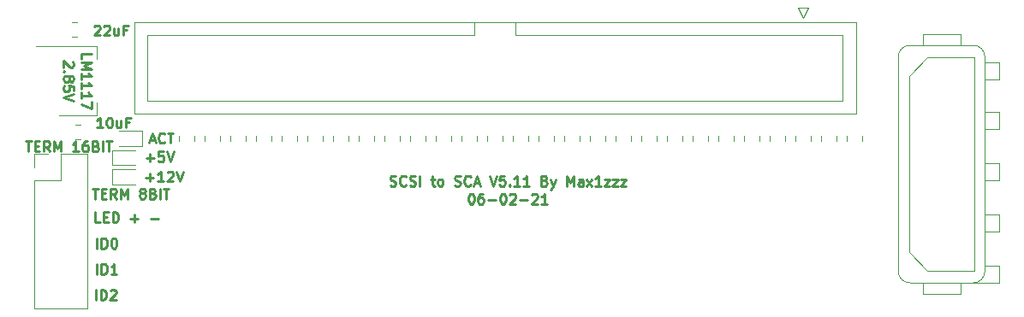
<source format=gbr>
%TF.GenerationSoftware,KiCad,Pcbnew,(5.1.7)-1*%
%TF.CreationDate,2021-02-10T19:53:02+00:00*%
%TF.ProjectId,SCSI to SCA MK5.1,53435349-2074-46f2-9053-4341204d4b35,rev?*%
%TF.SameCoordinates,Original*%
%TF.FileFunction,Legend,Top*%
%TF.FilePolarity,Positive*%
%FSLAX46Y46*%
G04 Gerber Fmt 4.6, Leading zero omitted, Abs format (unit mm)*
G04 Created by KiCad (PCBNEW (5.1.7)-1) date 2021-02-10 19:53:02*
%MOMM*%
%LPD*%
G01*
G04 APERTURE LIST*
%ADD10C,0.250000*%
%ADD11C,0.120000*%
G04 APERTURE END LIST*
D10*
X37021925Y-137054340D02*
X37593354Y-137054340D01*
X37307640Y-138054340D02*
X37307640Y-137054340D01*
X37926687Y-137530531D02*
X38260020Y-137530531D01*
X38402878Y-138054340D02*
X37926687Y-138054340D01*
X37926687Y-137054340D01*
X38402878Y-137054340D01*
X39402878Y-138054340D02*
X39069544Y-137578150D01*
X38831449Y-138054340D02*
X38831449Y-137054340D01*
X39212401Y-137054340D01*
X39307640Y-137101960D01*
X39355259Y-137149579D01*
X39402878Y-137244817D01*
X39402878Y-137387674D01*
X39355259Y-137482912D01*
X39307640Y-137530531D01*
X39212401Y-137578150D01*
X38831449Y-137578150D01*
X39831449Y-138054340D02*
X39831449Y-137054340D01*
X40164782Y-137768626D01*
X40498116Y-137054340D01*
X40498116Y-138054340D01*
X41879068Y-137482912D02*
X41783830Y-137435293D01*
X41736211Y-137387674D01*
X41688592Y-137292436D01*
X41688592Y-137244817D01*
X41736211Y-137149579D01*
X41783830Y-137101960D01*
X41879068Y-137054340D01*
X42069544Y-137054340D01*
X42164782Y-137101960D01*
X42212401Y-137149579D01*
X42260020Y-137244817D01*
X42260020Y-137292436D01*
X42212401Y-137387674D01*
X42164782Y-137435293D01*
X42069544Y-137482912D01*
X41879068Y-137482912D01*
X41783830Y-137530531D01*
X41736211Y-137578150D01*
X41688592Y-137673388D01*
X41688592Y-137863864D01*
X41736211Y-137959102D01*
X41783830Y-138006721D01*
X41879068Y-138054340D01*
X42069544Y-138054340D01*
X42164782Y-138006721D01*
X42212401Y-137959102D01*
X42260020Y-137863864D01*
X42260020Y-137673388D01*
X42212401Y-137578150D01*
X42164782Y-137530531D01*
X42069544Y-137482912D01*
X43021925Y-137530531D02*
X43164782Y-137578150D01*
X43212401Y-137625769D01*
X43260020Y-137721007D01*
X43260020Y-137863864D01*
X43212401Y-137959102D01*
X43164782Y-138006721D01*
X43069544Y-138054340D01*
X42688592Y-138054340D01*
X42688592Y-137054340D01*
X43021925Y-137054340D01*
X43117163Y-137101960D01*
X43164782Y-137149579D01*
X43212401Y-137244817D01*
X43212401Y-137340055D01*
X43164782Y-137435293D01*
X43117163Y-137482912D01*
X43021925Y-137530531D01*
X42688592Y-137530531D01*
X43688592Y-138054340D02*
X43688592Y-137054340D01*
X44021925Y-137054340D02*
X44593354Y-137054340D01*
X44307640Y-138054340D02*
X44307640Y-137054340D01*
X37367649Y-148072100D02*
X37367649Y-147072100D01*
X37843840Y-148072100D02*
X37843840Y-147072100D01*
X38081935Y-147072100D01*
X38224792Y-147119720D01*
X38320030Y-147214958D01*
X38367649Y-147310196D01*
X38415268Y-147500672D01*
X38415268Y-147643529D01*
X38367649Y-147834005D01*
X38320030Y-147929243D01*
X38224792Y-148024481D01*
X38081935Y-148072100D01*
X37843840Y-148072100D01*
X38796220Y-147167339D02*
X38843840Y-147119720D01*
X38939078Y-147072100D01*
X39177173Y-147072100D01*
X39272411Y-147119720D01*
X39320030Y-147167339D01*
X39367649Y-147262577D01*
X39367649Y-147357815D01*
X39320030Y-147500672D01*
X38748601Y-148072100D01*
X39367649Y-148072100D01*
X37433689Y-145506700D02*
X37433689Y-144506700D01*
X37909880Y-145506700D02*
X37909880Y-144506700D01*
X38147975Y-144506700D01*
X38290832Y-144554320D01*
X38386070Y-144649558D01*
X38433689Y-144744796D01*
X38481308Y-144935272D01*
X38481308Y-145078129D01*
X38433689Y-145268605D01*
X38386070Y-145363843D01*
X38290832Y-145459081D01*
X38147975Y-145506700D01*
X37909880Y-145506700D01*
X39433689Y-145506700D02*
X38862260Y-145506700D01*
X39147975Y-145506700D02*
X39147975Y-144506700D01*
X39052737Y-144649558D01*
X38957499Y-144744796D01*
X38862260Y-144792415D01*
X37441309Y-142966700D02*
X37441309Y-141966700D01*
X37917500Y-142966700D02*
X37917500Y-141966700D01*
X38155595Y-141966700D01*
X38298452Y-142014320D01*
X38393690Y-142109558D01*
X38441309Y-142204796D01*
X38488928Y-142395272D01*
X38488928Y-142538129D01*
X38441309Y-142728605D01*
X38393690Y-142823843D01*
X38298452Y-142919081D01*
X38155595Y-142966700D01*
X37917500Y-142966700D01*
X39107976Y-141966700D02*
X39203214Y-141966700D01*
X39298452Y-142014320D01*
X39346071Y-142061939D01*
X39393690Y-142157177D01*
X39441309Y-142347653D01*
X39441309Y-142585748D01*
X39393690Y-142776224D01*
X39346071Y-142871462D01*
X39298452Y-142919081D01*
X39203214Y-142966700D01*
X39107976Y-142966700D01*
X39012738Y-142919081D01*
X38965119Y-142871462D01*
X38917500Y-142776224D01*
X38869880Y-142585748D01*
X38869880Y-142347653D01*
X38917500Y-142157177D01*
X38965119Y-142061939D01*
X39012738Y-142014320D01*
X39107976Y-141966700D01*
X37799022Y-140386060D02*
X37322832Y-140386060D01*
X37322832Y-139386060D01*
X38132356Y-139862251D02*
X38465689Y-139862251D01*
X38608546Y-140386060D02*
X38132356Y-140386060D01*
X38132356Y-139386060D01*
X38608546Y-139386060D01*
X39037118Y-140386060D02*
X39037118Y-139386060D01*
X39275213Y-139386060D01*
X39418070Y-139433680D01*
X39513308Y-139528918D01*
X39560927Y-139624156D01*
X39608546Y-139814632D01*
X39608546Y-139957489D01*
X39560927Y-140147965D01*
X39513308Y-140243203D01*
X39418070Y-140338441D01*
X39275213Y-140386060D01*
X39037118Y-140386060D01*
X40799022Y-140005108D02*
X41560927Y-140005108D01*
X41179975Y-140386060D02*
X41179975Y-139624156D01*
X42799022Y-140005108D02*
X43560927Y-140005108D01*
X30424335Y-132370580D02*
X30995763Y-132370580D01*
X30710049Y-133370580D02*
X30710049Y-132370580D01*
X31329097Y-132846771D02*
X31662430Y-132846771D01*
X31805287Y-133370580D02*
X31329097Y-133370580D01*
X31329097Y-132370580D01*
X31805287Y-132370580D01*
X32805287Y-133370580D02*
X32471954Y-132894390D01*
X32233859Y-133370580D02*
X32233859Y-132370580D01*
X32614811Y-132370580D01*
X32710049Y-132418200D01*
X32757668Y-132465819D01*
X32805287Y-132561057D01*
X32805287Y-132703914D01*
X32757668Y-132799152D01*
X32710049Y-132846771D01*
X32614811Y-132894390D01*
X32233859Y-132894390D01*
X33233859Y-133370580D02*
X33233859Y-132370580D01*
X33567192Y-133084866D01*
X33900525Y-132370580D01*
X33900525Y-133370580D01*
X35662430Y-133370580D02*
X35091001Y-133370580D01*
X35376716Y-133370580D02*
X35376716Y-132370580D01*
X35281478Y-132513438D01*
X35186240Y-132608676D01*
X35091001Y-132656295D01*
X36519573Y-132370580D02*
X36329097Y-132370580D01*
X36233859Y-132418200D01*
X36186240Y-132465819D01*
X36091001Y-132608676D01*
X36043382Y-132799152D01*
X36043382Y-133180104D01*
X36091001Y-133275342D01*
X36138620Y-133322961D01*
X36233859Y-133370580D01*
X36424335Y-133370580D01*
X36519573Y-133322961D01*
X36567192Y-133275342D01*
X36614811Y-133180104D01*
X36614811Y-132942009D01*
X36567192Y-132846771D01*
X36519573Y-132799152D01*
X36424335Y-132751533D01*
X36233859Y-132751533D01*
X36138620Y-132799152D01*
X36091001Y-132846771D01*
X36043382Y-132942009D01*
X37376716Y-132846771D02*
X37519573Y-132894390D01*
X37567192Y-132942009D01*
X37614811Y-133037247D01*
X37614811Y-133180104D01*
X37567192Y-133275342D01*
X37519573Y-133322961D01*
X37424335Y-133370580D01*
X37043382Y-133370580D01*
X37043382Y-132370580D01*
X37376716Y-132370580D01*
X37471954Y-132418200D01*
X37519573Y-132465819D01*
X37567192Y-132561057D01*
X37567192Y-132656295D01*
X37519573Y-132751533D01*
X37471954Y-132799152D01*
X37376716Y-132846771D01*
X37043382Y-132846771D01*
X38043382Y-133370580D02*
X38043382Y-132370580D01*
X38376716Y-132370580D02*
X38948144Y-132370580D01*
X38662430Y-133370580D02*
X38662430Y-132370580D01*
X35919119Y-124198333D02*
X35919119Y-123722142D01*
X36919119Y-123722142D01*
X35919119Y-124531666D02*
X36919119Y-124531666D01*
X36204833Y-124865000D01*
X36919119Y-125198333D01*
X35919119Y-125198333D01*
X35919119Y-126198333D02*
X35919119Y-125626904D01*
X35919119Y-125912619D02*
X36919119Y-125912619D01*
X36776261Y-125817380D01*
X36681023Y-125722142D01*
X36633404Y-125626904D01*
X35919119Y-127150714D02*
X35919119Y-126579285D01*
X35919119Y-126865000D02*
X36919119Y-126865000D01*
X36776261Y-126769761D01*
X36681023Y-126674523D01*
X36633404Y-126579285D01*
X35919119Y-128103095D02*
X35919119Y-127531666D01*
X35919119Y-127817380D02*
X36919119Y-127817380D01*
X36776261Y-127722142D01*
X36681023Y-127626904D01*
X36633404Y-127531666D01*
X36919119Y-128436428D02*
X36919119Y-129103095D01*
X35919119Y-128674523D01*
X35073880Y-124460238D02*
X35121500Y-124507857D01*
X35169119Y-124603095D01*
X35169119Y-124841190D01*
X35121500Y-124936428D01*
X35073880Y-124984047D01*
X34978642Y-125031666D01*
X34883404Y-125031666D01*
X34740547Y-124984047D01*
X34169119Y-124412619D01*
X34169119Y-125031666D01*
X34264357Y-125460238D02*
X34216738Y-125507857D01*
X34169119Y-125460238D01*
X34216738Y-125412619D01*
X34264357Y-125460238D01*
X34169119Y-125460238D01*
X34740547Y-126079285D02*
X34788166Y-125984047D01*
X34835785Y-125936428D01*
X34931023Y-125888809D01*
X34978642Y-125888809D01*
X35073880Y-125936428D01*
X35121500Y-125984047D01*
X35169119Y-126079285D01*
X35169119Y-126269761D01*
X35121500Y-126365000D01*
X35073880Y-126412619D01*
X34978642Y-126460238D01*
X34931023Y-126460238D01*
X34835785Y-126412619D01*
X34788166Y-126365000D01*
X34740547Y-126269761D01*
X34740547Y-126079285D01*
X34692928Y-125984047D01*
X34645309Y-125936428D01*
X34550071Y-125888809D01*
X34359595Y-125888809D01*
X34264357Y-125936428D01*
X34216738Y-125984047D01*
X34169119Y-126079285D01*
X34169119Y-126269761D01*
X34216738Y-126365000D01*
X34264357Y-126412619D01*
X34359595Y-126460238D01*
X34550071Y-126460238D01*
X34645309Y-126412619D01*
X34692928Y-126365000D01*
X34740547Y-126269761D01*
X35169119Y-127365000D02*
X35169119Y-126888809D01*
X34692928Y-126841190D01*
X34740547Y-126888809D01*
X34788166Y-126984047D01*
X34788166Y-127222142D01*
X34740547Y-127317380D01*
X34692928Y-127365000D01*
X34597690Y-127412619D01*
X34359595Y-127412619D01*
X34264357Y-127365000D01*
X34216738Y-127317380D01*
X34169119Y-127222142D01*
X34169119Y-126984047D01*
X34216738Y-126888809D01*
X34264357Y-126841190D01*
X35169119Y-127698333D02*
X34169119Y-128031666D01*
X35169119Y-128365000D01*
X37219142Y-120959619D02*
X37266761Y-120912000D01*
X37362000Y-120864380D01*
X37600095Y-120864380D01*
X37695333Y-120912000D01*
X37742952Y-120959619D01*
X37790571Y-121054857D01*
X37790571Y-121150095D01*
X37742952Y-121292952D01*
X37171523Y-121864380D01*
X37790571Y-121864380D01*
X38171523Y-120959619D02*
X38219142Y-120912000D01*
X38314380Y-120864380D01*
X38552476Y-120864380D01*
X38647714Y-120912000D01*
X38695333Y-120959619D01*
X38742952Y-121054857D01*
X38742952Y-121150095D01*
X38695333Y-121292952D01*
X38123904Y-121864380D01*
X38742952Y-121864380D01*
X39600095Y-121197714D02*
X39600095Y-121864380D01*
X39171523Y-121197714D02*
X39171523Y-121721523D01*
X39219142Y-121816761D01*
X39314380Y-121864380D01*
X39457238Y-121864380D01*
X39552476Y-121816761D01*
X39600095Y-121769142D01*
X40409619Y-121340571D02*
X40076285Y-121340571D01*
X40076285Y-121864380D02*
X40076285Y-120864380D01*
X40552476Y-120864380D01*
X38044571Y-131008380D02*
X37473142Y-131008380D01*
X37758857Y-131008380D02*
X37758857Y-130008380D01*
X37663619Y-130151238D01*
X37568380Y-130246476D01*
X37473142Y-130294095D01*
X38663619Y-130008380D02*
X38758857Y-130008380D01*
X38854095Y-130056000D01*
X38901714Y-130103619D01*
X38949333Y-130198857D01*
X38996952Y-130389333D01*
X38996952Y-130627428D01*
X38949333Y-130817904D01*
X38901714Y-130913142D01*
X38854095Y-130960761D01*
X38758857Y-131008380D01*
X38663619Y-131008380D01*
X38568380Y-130960761D01*
X38520761Y-130913142D01*
X38473142Y-130817904D01*
X38425523Y-130627428D01*
X38425523Y-130389333D01*
X38473142Y-130198857D01*
X38520761Y-130103619D01*
X38568380Y-130056000D01*
X38663619Y-130008380D01*
X39854095Y-130341714D02*
X39854095Y-131008380D01*
X39425523Y-130341714D02*
X39425523Y-130865523D01*
X39473142Y-130960761D01*
X39568380Y-131008380D01*
X39711238Y-131008380D01*
X39806476Y-130960761D01*
X39854095Y-130913142D01*
X40663619Y-130484571D02*
X40330285Y-130484571D01*
X40330285Y-131008380D02*
X40330285Y-130008380D01*
X40806476Y-130008380D01*
X42307095Y-135961428D02*
X43069000Y-135961428D01*
X42688047Y-136342380D02*
X42688047Y-135580476D01*
X44069000Y-136342380D02*
X43497571Y-136342380D01*
X43783285Y-136342380D02*
X43783285Y-135342380D01*
X43688047Y-135485238D01*
X43592809Y-135580476D01*
X43497571Y-135628095D01*
X44449952Y-135437619D02*
X44497571Y-135390000D01*
X44592809Y-135342380D01*
X44830904Y-135342380D01*
X44926142Y-135390000D01*
X44973761Y-135437619D01*
X45021380Y-135532857D01*
X45021380Y-135628095D01*
X44973761Y-135770952D01*
X44402333Y-136342380D01*
X45021380Y-136342380D01*
X45307095Y-135342380D02*
X45640428Y-136342380D01*
X45973761Y-135342380D01*
X42338785Y-133992928D02*
X43100690Y-133992928D01*
X42719738Y-134373880D02*
X42719738Y-133611976D01*
X44053071Y-133373880D02*
X43576880Y-133373880D01*
X43529261Y-133850071D01*
X43576880Y-133802452D01*
X43672119Y-133754833D01*
X43910214Y-133754833D01*
X44005452Y-133802452D01*
X44053071Y-133850071D01*
X44100690Y-133945309D01*
X44100690Y-134183404D01*
X44053071Y-134278642D01*
X44005452Y-134326261D01*
X43910214Y-134373880D01*
X43672119Y-134373880D01*
X43576880Y-134326261D01*
X43529261Y-134278642D01*
X44386404Y-133373880D02*
X44719738Y-134373880D01*
X45053071Y-133373880D01*
X42695952Y-132246666D02*
X43172142Y-132246666D01*
X42600714Y-132532380D02*
X42934047Y-131532380D01*
X43267380Y-132532380D01*
X44172142Y-132437142D02*
X44124523Y-132484761D01*
X43981666Y-132532380D01*
X43886428Y-132532380D01*
X43743571Y-132484761D01*
X43648333Y-132389523D01*
X43600714Y-132294285D01*
X43553095Y-132103809D01*
X43553095Y-131960952D01*
X43600714Y-131770476D01*
X43648333Y-131675238D01*
X43743571Y-131580000D01*
X43886428Y-131532380D01*
X43981666Y-131532380D01*
X44124523Y-131580000D01*
X44172142Y-131627619D01*
X44457857Y-131532380D02*
X45029285Y-131532380D01*
X44743571Y-132532380D02*
X44743571Y-131532380D01*
X74438333Y-137564880D02*
X74533571Y-137564880D01*
X74628809Y-137612500D01*
X74676428Y-137660119D01*
X74724047Y-137755357D01*
X74771666Y-137945833D01*
X74771666Y-138183928D01*
X74724047Y-138374404D01*
X74676428Y-138469642D01*
X74628809Y-138517261D01*
X74533571Y-138564880D01*
X74438333Y-138564880D01*
X74343095Y-138517261D01*
X74295476Y-138469642D01*
X74247857Y-138374404D01*
X74200238Y-138183928D01*
X74200238Y-137945833D01*
X74247857Y-137755357D01*
X74295476Y-137660119D01*
X74343095Y-137612500D01*
X74438333Y-137564880D01*
X75628809Y-137564880D02*
X75438333Y-137564880D01*
X75343095Y-137612500D01*
X75295476Y-137660119D01*
X75200238Y-137802976D01*
X75152619Y-137993452D01*
X75152619Y-138374404D01*
X75200238Y-138469642D01*
X75247857Y-138517261D01*
X75343095Y-138564880D01*
X75533571Y-138564880D01*
X75628809Y-138517261D01*
X75676428Y-138469642D01*
X75724047Y-138374404D01*
X75724047Y-138136309D01*
X75676428Y-138041071D01*
X75628809Y-137993452D01*
X75533571Y-137945833D01*
X75343095Y-137945833D01*
X75247857Y-137993452D01*
X75200238Y-138041071D01*
X75152619Y-138136309D01*
X76152619Y-138183928D02*
X76914523Y-138183928D01*
X77581190Y-137564880D02*
X77676428Y-137564880D01*
X77771666Y-137612500D01*
X77819285Y-137660119D01*
X77866904Y-137755357D01*
X77914523Y-137945833D01*
X77914523Y-138183928D01*
X77866904Y-138374404D01*
X77819285Y-138469642D01*
X77771666Y-138517261D01*
X77676428Y-138564880D01*
X77581190Y-138564880D01*
X77485952Y-138517261D01*
X77438333Y-138469642D01*
X77390714Y-138374404D01*
X77343095Y-138183928D01*
X77343095Y-137945833D01*
X77390714Y-137755357D01*
X77438333Y-137660119D01*
X77485952Y-137612500D01*
X77581190Y-137564880D01*
X78295476Y-137660119D02*
X78343095Y-137612500D01*
X78438333Y-137564880D01*
X78676428Y-137564880D01*
X78771666Y-137612500D01*
X78819285Y-137660119D01*
X78866904Y-137755357D01*
X78866904Y-137850595D01*
X78819285Y-137993452D01*
X78247857Y-138564880D01*
X78866904Y-138564880D01*
X79295476Y-138183928D02*
X80057380Y-138183928D01*
X80485952Y-137660119D02*
X80533571Y-137612500D01*
X80628809Y-137564880D01*
X80866904Y-137564880D01*
X80962142Y-137612500D01*
X81009761Y-137660119D01*
X81057380Y-137755357D01*
X81057380Y-137850595D01*
X81009761Y-137993452D01*
X80438333Y-138564880D01*
X81057380Y-138564880D01*
X82009761Y-138564880D02*
X81438333Y-138564880D01*
X81724047Y-138564880D02*
X81724047Y-137564880D01*
X81628809Y-137707738D01*
X81533571Y-137802976D01*
X81438333Y-137850595D01*
X66462142Y-136739261D02*
X66605000Y-136786880D01*
X66843095Y-136786880D01*
X66938333Y-136739261D01*
X66985952Y-136691642D01*
X67033571Y-136596404D01*
X67033571Y-136501166D01*
X66985952Y-136405928D01*
X66938333Y-136358309D01*
X66843095Y-136310690D01*
X66652619Y-136263071D01*
X66557380Y-136215452D01*
X66509761Y-136167833D01*
X66462142Y-136072595D01*
X66462142Y-135977357D01*
X66509761Y-135882119D01*
X66557380Y-135834500D01*
X66652619Y-135786880D01*
X66890714Y-135786880D01*
X67033571Y-135834500D01*
X68033571Y-136691642D02*
X67985952Y-136739261D01*
X67843095Y-136786880D01*
X67747857Y-136786880D01*
X67605000Y-136739261D01*
X67509761Y-136644023D01*
X67462142Y-136548785D01*
X67414523Y-136358309D01*
X67414523Y-136215452D01*
X67462142Y-136024976D01*
X67509761Y-135929738D01*
X67605000Y-135834500D01*
X67747857Y-135786880D01*
X67843095Y-135786880D01*
X67985952Y-135834500D01*
X68033571Y-135882119D01*
X68414523Y-136739261D02*
X68557380Y-136786880D01*
X68795476Y-136786880D01*
X68890714Y-136739261D01*
X68938333Y-136691642D01*
X68985952Y-136596404D01*
X68985952Y-136501166D01*
X68938333Y-136405928D01*
X68890714Y-136358309D01*
X68795476Y-136310690D01*
X68605000Y-136263071D01*
X68509761Y-136215452D01*
X68462142Y-136167833D01*
X68414523Y-136072595D01*
X68414523Y-135977357D01*
X68462142Y-135882119D01*
X68509761Y-135834500D01*
X68605000Y-135786880D01*
X68843095Y-135786880D01*
X68985952Y-135834500D01*
X69414523Y-136786880D02*
X69414523Y-135786880D01*
X70509761Y-136120214D02*
X70890714Y-136120214D01*
X70652619Y-135786880D02*
X70652619Y-136644023D01*
X70700238Y-136739261D01*
X70795476Y-136786880D01*
X70890714Y-136786880D01*
X71366904Y-136786880D02*
X71271666Y-136739261D01*
X71224047Y-136691642D01*
X71176428Y-136596404D01*
X71176428Y-136310690D01*
X71224047Y-136215452D01*
X71271666Y-136167833D01*
X71366904Y-136120214D01*
X71509761Y-136120214D01*
X71605000Y-136167833D01*
X71652619Y-136215452D01*
X71700238Y-136310690D01*
X71700238Y-136596404D01*
X71652619Y-136691642D01*
X71605000Y-136739261D01*
X71509761Y-136786880D01*
X71366904Y-136786880D01*
X72843095Y-136739261D02*
X72985952Y-136786880D01*
X73224047Y-136786880D01*
X73319285Y-136739261D01*
X73366904Y-136691642D01*
X73414523Y-136596404D01*
X73414523Y-136501166D01*
X73366904Y-136405928D01*
X73319285Y-136358309D01*
X73224047Y-136310690D01*
X73033571Y-136263071D01*
X72938333Y-136215452D01*
X72890714Y-136167833D01*
X72843095Y-136072595D01*
X72843095Y-135977357D01*
X72890714Y-135882119D01*
X72938333Y-135834500D01*
X73033571Y-135786880D01*
X73271666Y-135786880D01*
X73414523Y-135834500D01*
X74414523Y-136691642D02*
X74366904Y-136739261D01*
X74224047Y-136786880D01*
X74128809Y-136786880D01*
X73985952Y-136739261D01*
X73890714Y-136644023D01*
X73843095Y-136548785D01*
X73795476Y-136358309D01*
X73795476Y-136215452D01*
X73843095Y-136024976D01*
X73890714Y-135929738D01*
X73985952Y-135834500D01*
X74128809Y-135786880D01*
X74224047Y-135786880D01*
X74366904Y-135834500D01*
X74414523Y-135882119D01*
X74795476Y-136501166D02*
X75271666Y-136501166D01*
X74700238Y-136786880D02*
X75033571Y-135786880D01*
X75366904Y-136786880D01*
X76319285Y-135786880D02*
X76652619Y-136786880D01*
X76985952Y-135786880D01*
X77795476Y-135786880D02*
X77319285Y-135786880D01*
X77271666Y-136263071D01*
X77319285Y-136215452D01*
X77414523Y-136167833D01*
X77652619Y-136167833D01*
X77747857Y-136215452D01*
X77795476Y-136263071D01*
X77843095Y-136358309D01*
X77843095Y-136596404D01*
X77795476Y-136691642D01*
X77747857Y-136739261D01*
X77652619Y-136786880D01*
X77414523Y-136786880D01*
X77319285Y-136739261D01*
X77271666Y-136691642D01*
X78271666Y-136691642D02*
X78319285Y-136739261D01*
X78271666Y-136786880D01*
X78224047Y-136739261D01*
X78271666Y-136691642D01*
X78271666Y-136786880D01*
X79271666Y-136786880D02*
X78700238Y-136786880D01*
X78985952Y-136786880D02*
X78985952Y-135786880D01*
X78890714Y-135929738D01*
X78795476Y-136024976D01*
X78700238Y-136072595D01*
X80224047Y-136786880D02*
X79652619Y-136786880D01*
X79938333Y-136786880D02*
X79938333Y-135786880D01*
X79843095Y-135929738D01*
X79747857Y-136024976D01*
X79652619Y-136072595D01*
X81747857Y-136263071D02*
X81890714Y-136310690D01*
X81938333Y-136358309D01*
X81985952Y-136453547D01*
X81985952Y-136596404D01*
X81938333Y-136691642D01*
X81890714Y-136739261D01*
X81795476Y-136786880D01*
X81414523Y-136786880D01*
X81414523Y-135786880D01*
X81747857Y-135786880D01*
X81843095Y-135834500D01*
X81890714Y-135882119D01*
X81938333Y-135977357D01*
X81938333Y-136072595D01*
X81890714Y-136167833D01*
X81843095Y-136215452D01*
X81747857Y-136263071D01*
X81414523Y-136263071D01*
X82319285Y-136120214D02*
X82557380Y-136786880D01*
X82795476Y-136120214D02*
X82557380Y-136786880D01*
X82462142Y-137024976D01*
X82414523Y-137072595D01*
X82319285Y-137120214D01*
X83938333Y-136786880D02*
X83938333Y-135786880D01*
X84271666Y-136501166D01*
X84604999Y-135786880D01*
X84604999Y-136786880D01*
X85509761Y-136786880D02*
X85509761Y-136263071D01*
X85462142Y-136167833D01*
X85366904Y-136120214D01*
X85176428Y-136120214D01*
X85081190Y-136167833D01*
X85509761Y-136739261D02*
X85414523Y-136786880D01*
X85176428Y-136786880D01*
X85081190Y-136739261D01*
X85033571Y-136644023D01*
X85033571Y-136548785D01*
X85081190Y-136453547D01*
X85176428Y-136405928D01*
X85414523Y-136405928D01*
X85509761Y-136358309D01*
X85890714Y-136786880D02*
X86414523Y-136120214D01*
X85890714Y-136120214D02*
X86414523Y-136786880D01*
X87319285Y-136786880D02*
X86747857Y-136786880D01*
X87033571Y-136786880D02*
X87033571Y-135786880D01*
X86938333Y-135929738D01*
X86843095Y-136024976D01*
X86747857Y-136072595D01*
X87652619Y-136120214D02*
X88176428Y-136120214D01*
X87652619Y-136786880D01*
X88176428Y-136786880D01*
X88462142Y-136120214D02*
X88985952Y-136120214D01*
X88462142Y-136786880D01*
X88985952Y-136786880D01*
X89271666Y-136120214D02*
X89795476Y-136120214D01*
X89271666Y-136786880D01*
X89795476Y-136786880D01*
D11*
%TO.C,J2*%
X31309000Y-148967500D02*
X36509000Y-148967500D01*
X31309000Y-136207500D02*
X31309000Y-148967500D01*
X36509000Y-133607500D02*
X36509000Y-148967500D01*
X31309000Y-136207500D02*
X33909000Y-136207500D01*
X33909000Y-136207500D02*
X33909000Y-133607500D01*
X33909000Y-133607500D02*
X36509000Y-133607500D01*
X31309000Y-134937500D02*
X31309000Y-133607500D01*
X31309000Y-133607500D02*
X32639000Y-133607500D01*
%TO.C,U1*%
X37470000Y-129775000D02*
X37470000Y-128515000D01*
X37470000Y-122955000D02*
X37470000Y-124215000D01*
X33710000Y-129775000D02*
X37470000Y-129775000D01*
X31460000Y-122955000D02*
X37470000Y-122955000D01*
%TO.C,D3*%
X41287500Y-135155000D02*
X39002500Y-135155000D01*
X39002500Y-135155000D02*
X39002500Y-136625000D01*
X39002500Y-136625000D02*
X41287500Y-136625000D01*
%TO.C,R32*%
X47090000Y-131852936D02*
X47090000Y-132307064D01*
X45620000Y-131852936D02*
X45620000Y-132307064D01*
%TO.C,R31*%
X49630000Y-131852936D02*
X49630000Y-132307064D01*
X48160000Y-131852936D02*
X48160000Y-132307064D01*
%TO.C,R30*%
X52170000Y-131852936D02*
X52170000Y-132307064D01*
X50700000Y-131852936D02*
X50700000Y-132307064D01*
%TO.C,R29*%
X54710000Y-131852936D02*
X54710000Y-132307064D01*
X53240000Y-131852936D02*
X53240000Y-132307064D01*
%TO.C,R28*%
X57250000Y-131852936D02*
X57250000Y-132307064D01*
X55780000Y-131852936D02*
X55780000Y-132307064D01*
%TO.C,R27*%
X59790000Y-131852936D02*
X59790000Y-132307064D01*
X58320000Y-131852936D02*
X58320000Y-132307064D01*
%TO.C,R26*%
X62330000Y-131852936D02*
X62330000Y-132307064D01*
X60860000Y-131852936D02*
X60860000Y-132307064D01*
%TO.C,R25*%
X64870000Y-131852936D02*
X64870000Y-132307064D01*
X63400000Y-131852936D02*
X63400000Y-132307064D01*
%TO.C,R24*%
X69950000Y-131852936D02*
X69950000Y-132307064D01*
X68480000Y-131852936D02*
X68480000Y-132307064D01*
%TO.C,R23*%
X87730000Y-131852936D02*
X87730000Y-132307064D01*
X86260000Y-131852936D02*
X86260000Y-132307064D01*
%TO.C,R22*%
X80110000Y-131852936D02*
X80110000Y-132307064D01*
X78640000Y-131852936D02*
X78640000Y-132307064D01*
%TO.C,R21*%
X82650000Y-131852936D02*
X82650000Y-132307064D01*
X81180000Y-131852936D02*
X81180000Y-132307064D01*
%TO.C,R20*%
X85190000Y-131852936D02*
X85190000Y-132307064D01*
X83720000Y-131852936D02*
X83720000Y-132307064D01*
%TO.C,R19*%
X110590000Y-131852936D02*
X110590000Y-132307064D01*
X109120000Y-131852936D02*
X109120000Y-132307064D01*
%TO.C,R18*%
X113130000Y-131852936D02*
X113130000Y-132307064D01*
X111660000Y-131852936D02*
X111660000Y-132307064D01*
%TO.C,R17*%
X67410000Y-131852936D02*
X67410000Y-132307064D01*
X65940000Y-131852936D02*
X65940000Y-132307064D01*
%TO.C,R16*%
X72490000Y-131852936D02*
X72490000Y-132307064D01*
X71020000Y-131852936D02*
X71020000Y-132307064D01*
%TO.C,R15*%
X75030000Y-131852936D02*
X75030000Y-132307064D01*
X73560000Y-131852936D02*
X73560000Y-132307064D01*
%TO.C,R14*%
X77570000Y-131852936D02*
X77570000Y-132307064D01*
X76100000Y-131852936D02*
X76100000Y-132307064D01*
%TO.C,R13*%
X90270000Y-131852936D02*
X90270000Y-132307064D01*
X88800000Y-131852936D02*
X88800000Y-132307064D01*
%TO.C,R12*%
X92810000Y-131852936D02*
X92810000Y-132307064D01*
X91340000Y-131852936D02*
X91340000Y-132307064D01*
%TO.C,R11*%
X95350000Y-131852936D02*
X95350000Y-132307064D01*
X93880000Y-131852936D02*
X93880000Y-132307064D01*
%TO.C,R10*%
X97890000Y-131852936D02*
X97890000Y-132307064D01*
X96420000Y-131852936D02*
X96420000Y-132307064D01*
%TO.C,R9*%
X100430000Y-131852936D02*
X100430000Y-132307064D01*
X98960000Y-131852936D02*
X98960000Y-132307064D01*
%TO.C,R8*%
X102970000Y-131852936D02*
X102970000Y-132307064D01*
X101500000Y-131852936D02*
X101500000Y-132307064D01*
%TO.C,R7*%
X105510000Y-131852936D02*
X105510000Y-132307064D01*
X104040000Y-131852936D02*
X104040000Y-132307064D01*
%TO.C,R6*%
X108050000Y-131852936D02*
X108050000Y-132307064D01*
X106580000Y-131852936D02*
X106580000Y-132307064D01*
%TO.C,J4*%
X112525000Y-120535000D02*
X112525000Y-129655000D01*
X112525000Y-129655000D02*
X41145000Y-129655000D01*
X41145000Y-129655000D02*
X41145000Y-120535000D01*
X41145000Y-120535000D02*
X112525000Y-120535000D01*
X78885000Y-120535000D02*
X78885000Y-121845000D01*
X78885000Y-121845000D02*
X111225000Y-121845000D01*
X111225000Y-121845000D02*
X111225000Y-128345000D01*
X111225000Y-128345000D02*
X42445000Y-128345000D01*
X42445000Y-128345000D02*
X42445000Y-121845000D01*
X42445000Y-121845000D02*
X74785000Y-121845000D01*
X74785000Y-121845000D02*
X74785000Y-121845000D01*
X74785000Y-121845000D02*
X74785000Y-120535000D01*
X107315000Y-120145000D02*
X107815000Y-119145000D01*
X107815000Y-119145000D02*
X106815000Y-119145000D01*
X106815000Y-119145000D02*
X107315000Y-120145000D01*
%TO.C,J3*%
X124220000Y-124050000D02*
X124220000Y-145190000D01*
X124220000Y-145190000D02*
X119610000Y-145190000D01*
X119610000Y-145190000D02*
X117780000Y-143360000D01*
X117780000Y-143360000D02*
X117780000Y-125880000D01*
X117780000Y-125880000D02*
X119610000Y-124050000D01*
X119610000Y-124050000D02*
X124220000Y-124050000D01*
X116720000Y-123990000D02*
X116720000Y-145250000D01*
X117860000Y-146390000D02*
X126670000Y-146390000D01*
X125280000Y-145250000D02*
X125280000Y-123990000D01*
X124140000Y-122850000D02*
X117860000Y-122850000D01*
X119140000Y-146390000D02*
X119140000Y-147470000D01*
X119140000Y-147470000D02*
X122860000Y-147470000D01*
X122860000Y-147470000D02*
X122860000Y-146390000D01*
X119140000Y-122850000D02*
X119140000Y-121770000D01*
X119140000Y-121770000D02*
X122860000Y-121770000D01*
X122860000Y-121770000D02*
X122860000Y-122850000D01*
X125280000Y-144700000D02*
X126670000Y-144700000D01*
X126670000Y-144700000D02*
X126670000Y-146390000D01*
X126670000Y-124530000D02*
X126670000Y-126220000D01*
X126670000Y-126220000D02*
X125280000Y-126220000D01*
X125280000Y-124530000D02*
X126670000Y-124530000D01*
X126670000Y-141290000D02*
X125280000Y-141290000D01*
X125280000Y-139600000D02*
X126670000Y-139600000D01*
X126670000Y-139600000D02*
X126670000Y-141290000D01*
X126670000Y-134500000D02*
X126670000Y-136190000D01*
X126670000Y-136190000D02*
X125280000Y-136190000D01*
X125280000Y-134500000D02*
X126670000Y-134500000D01*
X125280000Y-129420000D02*
X126670000Y-129420000D01*
X126670000Y-131110000D02*
X125280000Y-131110000D01*
X126670000Y-129420000D02*
X126670000Y-131110000D01*
X116720000Y-123990000D02*
G75*
G02*
X117860000Y-122850000I1140000J0D01*
G01*
X124140000Y-122850000D02*
G75*
G02*
X125280000Y-123990000I0J-1140000D01*
G01*
X117860000Y-146390000D02*
G75*
G02*
X116720000Y-145250000I0J1140000D01*
G01*
X125280000Y-145250000D02*
G75*
G02*
X124140000Y-146390000I-1140000J0D01*
G01*
%TO.C,D2*%
X41287500Y-133250000D02*
X39002500Y-133250000D01*
X39002500Y-133250000D02*
X39002500Y-134720000D01*
X39002500Y-134720000D02*
X41287500Y-134720000D01*
%TO.C,D1*%
X39675000Y-132815000D02*
X41960000Y-132815000D01*
X41960000Y-132815000D02*
X41960000Y-131345000D01*
X41960000Y-131345000D02*
X39675000Y-131345000D01*
%TO.C,C2*%
X35506252Y-122020000D02*
X34983748Y-122020000D01*
X35506252Y-120550000D02*
X34983748Y-120550000D01*
%TO.C,C1*%
X35298748Y-130710000D02*
X35821252Y-130710000D01*
X35298748Y-132180000D02*
X35821252Y-132180000D01*
%TD*%
M02*

</source>
